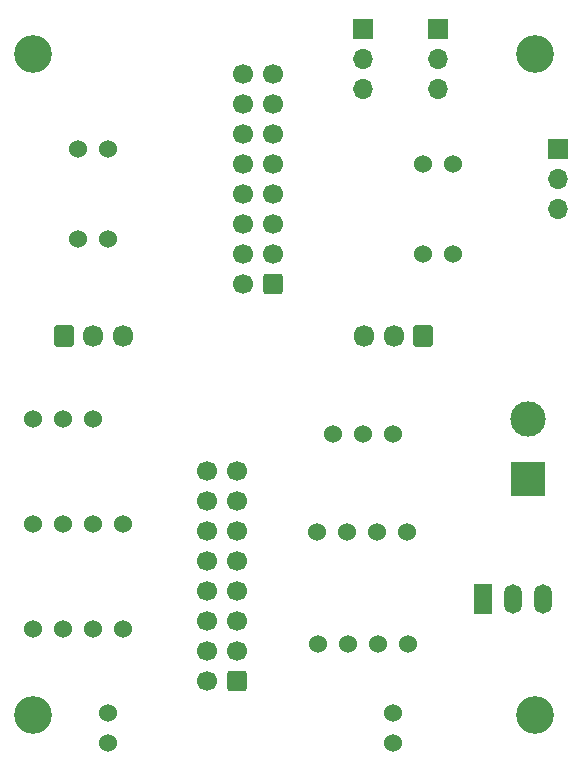
<source format=gbr>
G04 #@! TF.GenerationSoftware,KiCad,Pcbnew,(6.0.1)*
G04 #@! TF.CreationDate,2022-02-06T22:38:22+01:00*
G04 #@! TF.ProjectId,CarteSecondaire,43617274-6553-4656-936f-6e6461697265,rev?*
G04 #@! TF.SameCoordinates,Original*
G04 #@! TF.FileFunction,Soldermask,Bot*
G04 #@! TF.FilePolarity,Negative*
%FSLAX46Y46*%
G04 Gerber Fmt 4.6, Leading zero omitted, Abs format (unit mm)*
G04 Created by KiCad (PCBNEW (6.0.1)) date 2022-02-06 22:38:22*
%MOMM*%
%LPD*%
G01*
G04 APERTURE LIST*
G04 Aperture macros list*
%AMRoundRect*
0 Rectangle with rounded corners*
0 $1 Rounding radius*
0 $2 $3 $4 $5 $6 $7 $8 $9 X,Y pos of 4 corners*
0 Add a 4 corners polygon primitive as box body*
4,1,4,$2,$3,$4,$5,$6,$7,$8,$9,$2,$3,0*
0 Add four circle primitives for the rounded corners*
1,1,$1+$1,$2,$3*
1,1,$1+$1,$4,$5*
1,1,$1+$1,$6,$7*
1,1,$1+$1,$8,$9*
0 Add four rect primitives between the rounded corners*
20,1,$1+$1,$2,$3,$4,$5,0*
20,1,$1+$1,$4,$5,$6,$7,0*
20,1,$1+$1,$6,$7,$8,$9,0*
20,1,$1+$1,$8,$9,$2,$3,0*%
G04 Aperture macros list end*
%ADD10C,1.700000*%
%ADD11RoundRect,0.250000X0.600000X0.600000X-0.600000X0.600000X-0.600000X-0.600000X0.600000X-0.600000X0*%
%ADD12R,1.500000X2.500000*%
%ADD13O,1.500000X2.500000*%
%ADD14R,3.000000X3.000000*%
%ADD15C,3.000000*%
%ADD16C,3.200000*%
%ADD17C,1.524000*%
%ADD18R,1.700000X1.700000*%
%ADD19O,1.700000X1.700000*%
%ADD20RoundRect,0.250000X0.600000X0.675000X-0.600000X0.675000X-0.600000X-0.675000X0.600000X-0.675000X0*%
%ADD21O,1.700000X1.850000*%
%ADD22RoundRect,0.250000X-0.600000X-0.675000X0.600000X-0.675000X0.600000X0.675000X-0.600000X0.675000X0*%
G04 APERTURE END LIST*
D10*
X109261511Y-161290000D03*
X111801511Y-161290000D03*
X109261511Y-163830000D03*
X111801511Y-163830000D03*
X109261511Y-166370000D03*
X111801511Y-166370000D03*
X109261511Y-168910000D03*
X111801511Y-168910000D03*
X109261511Y-171450000D03*
X111801511Y-171450000D03*
X109261511Y-173990000D03*
X111801511Y-173990000D03*
X109261511Y-176530000D03*
X111801511Y-176530000D03*
X109261511Y-179070000D03*
D11*
X111801511Y-179070000D03*
D12*
X132639011Y-172111511D03*
D13*
X135179011Y-172111511D03*
X137719011Y-172111511D03*
D14*
X136449011Y-161951511D03*
D15*
X136449011Y-156871511D03*
D16*
X94500000Y-126000000D03*
D17*
X94539011Y-156871511D03*
X97079011Y-156871511D03*
X99619011Y-156871511D03*
X98349011Y-141631511D03*
X100889011Y-141631511D03*
X125019011Y-181763511D03*
X125019011Y-184303511D03*
D18*
X128829011Y-123851511D03*
D19*
X128829011Y-126391511D03*
X128829011Y-128931511D03*
D17*
X126210000Y-166500000D03*
X123670000Y-166500000D03*
X121130000Y-166500000D03*
X118590000Y-166500000D03*
X130099011Y-135281511D03*
X127559011Y-135281511D03*
X98349011Y-134011511D03*
X100889011Y-134011511D03*
D16*
X94500000Y-182000000D03*
D17*
X130099011Y-142901511D03*
X127559011Y-142901511D03*
X94539011Y-174651511D03*
X97079011Y-174651511D03*
X99619011Y-174651511D03*
X102159011Y-174651511D03*
D18*
X138989011Y-134026511D03*
D19*
X138989011Y-136566511D03*
X138989011Y-139106511D03*
D16*
X137000000Y-126000000D03*
D11*
X114859011Y-145441511D03*
D10*
X112319011Y-145441511D03*
X114859011Y-142901511D03*
X112319011Y-142901511D03*
X114859011Y-140361511D03*
X112319011Y-140361511D03*
X114859011Y-137821511D03*
X112319011Y-137821511D03*
X114859011Y-135281511D03*
X112319011Y-135281511D03*
X114859011Y-132741511D03*
X112319011Y-132741511D03*
X114859011Y-130201511D03*
X112319011Y-130201511D03*
X114859011Y-127661511D03*
X112319011Y-127661511D03*
D17*
X126289011Y-175921511D03*
X123749011Y-175921511D03*
X121209011Y-175921511D03*
X118669011Y-175921511D03*
D16*
X137000000Y-182000000D03*
D18*
X122479011Y-123866511D03*
D19*
X122479011Y-126406511D03*
X122479011Y-128946511D03*
D17*
X125019011Y-158141511D03*
X122479011Y-158141511D03*
X119939011Y-158141511D03*
D20*
X127559011Y-149871511D03*
D21*
X125059011Y-149871511D03*
X122559011Y-149871511D03*
D22*
X97119011Y-149901511D03*
D21*
X99619011Y-149901511D03*
X102119011Y-149901511D03*
D17*
X100889011Y-181763511D03*
X100889011Y-184303511D03*
X94539011Y-165761511D03*
X97079011Y-165761511D03*
X99619011Y-165761511D03*
X102159011Y-165761511D03*
M02*

</source>
